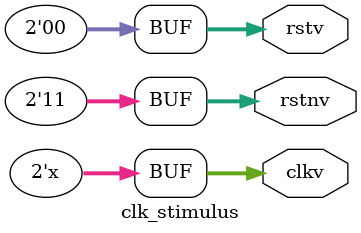
<source format=v>

`timescale 1 ns/10 ps

/*
 * Module: clk_stimulus
 *
 * clock simulator creates multiple clocks and resets for testing.
 *
 * Parameters:
 *
 * CLOCKS         - Number of clocks
 * CLOCK_BASE     - Clock time base mhz
 * CLOCK_INC      - Time diff for other clocks, only used for async mode
 * CLOCK_ASYNC    - Used time diff to generate async clocks (1), 0 is sync clock
 * RESETS         - Number of resets
 * RESET_BASE     - Time to stay in reset
 * RESET_INC      - Time diff for other resets
 *
 * Ports:
 *
 * clkv    - clock output vector
 * rstnv   - negative reset output vector
 * rstv    - positive reset output vector
 */
module clk_stimulus #(
    parameter CLOCKS = 2,
    parameter CLOCK_BASE = 1000000,
    parameter CLOCK_INC = 100,
    parameter CLOCK_ASYNC = 0,
    parameter RESETS = 2,
    parameter RESET_BASE = 200,
    parameter RESET_INC = 100
  )
  (
    output reg [CLOCKS-1:0] clkv,
    output reg [RESETS-1:0] rstnv,
    output reg [RESETS-1:0] rstv
  );
  
  /// scale clock base to a clock period in MHz. Good up to 1 GHz.
  localparam lp_PERIOD = 1000000000/CLOCK_BASE;
  
  /// index for clock generation
  genvar clk_index;
  /// index for reset generation
  genvar rst_index;
  
  //****************************************************************************
  /// @brief generator for clock vector
  //****************************************************************************
  generate
    // loop till all clocks created
    for (clk_index = 0; clk_index < CLOCKS; clk_index = clk_index + 1) begin
      // iverilog 
      initial begin
        clkv = 0;
      end
      
      always begin
        // toggle indexed clock
        clkv[clk_index] <= ~clkv[clk_index];
        
        if(CLOCK_ASYNC != 0) begin
          // wait for a certian amount of time, increase based on index * increment
          #((lp_PERIOD+(CLOCK_INC*clk_index))/2);
        end else begin
          // wait for a certian amount of time, these are multples of the clock to keep them in sync
          #((lp_PERIOD*(clk_index+2))/2);
        end
      end
    end
  endgenerate
  
  //****************************************************************************
  /// @brief generator for reset vector
  //****************************************************************************
  generate
    // loop till all resets created
    for (rst_index = 0; rst_index < RESETS; rst_index = rst_index + 1) begin
      initial begin
        // start off with resets in reset state.
        rstnv[rst_index] <= 1'b0;
        
        rstv[rst_index] <= 1'b1;
        
        // wait for a certain amount of time, increase based on index * increment
        #(RESET_BASE-(RESET_INC*rst_index))
        
        // no longer in reset
        rstnv[rst_index] <= 1'b1;
        
        rstv[rst_index] <= 1'b0;
      end
    end
  endgenerate
endmodule


</source>
